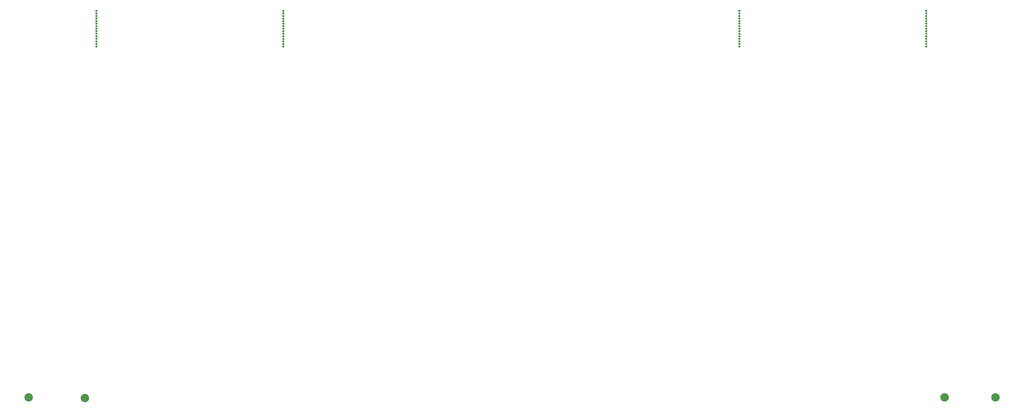
<source format=gbr>
%TF.GenerationSoftware,Altium Limited,Altium Designer,23.9.2 (47)*%
G04 Layer_Color=0*
%FSLAX45Y45*%
%MOMM*%
%TF.SameCoordinates,45DC480F-FB56-4E7A-9A2C-25C5303F6BDF*%
%TF.FilePolarity,Positive*%
%TF.FileFunction,Plated,1,2,PTH,Drill*%
%TF.Part,Single*%
G01*
G75*
%TA.AperFunction,ComponentDrill*%
%ADD22C,6.60000*%
%TA.AperFunction,ViaDrill,NotFilled*%
%ADD23C,1.70000*%
D22*
X76250000Y3950000D02*
D03*
X8600000Y3900000D02*
D03*
X80250000Y3950000D02*
D03*
X4165600D02*
D03*
D23*
X24205643Y32196979D02*
D03*
Y32396979D02*
D03*
Y32596979D02*
D03*
Y32796979D02*
D03*
Y32996979D02*
D03*
Y33196979D02*
D03*
Y33396979D02*
D03*
Y33596979D02*
D03*
Y33796979D02*
D03*
Y31996979D02*
D03*
Y31796979D02*
D03*
Y31596979D02*
D03*
Y34396979D02*
D03*
Y34196979D02*
D03*
Y33996979D02*
D03*
X60100000Y32000000D02*
D03*
Y31800000D02*
D03*
Y31600000D02*
D03*
Y34400000D02*
D03*
Y34200000D02*
D03*
Y34000000D02*
D03*
Y32200000D02*
D03*
Y32400000D02*
D03*
Y32600000D02*
D03*
Y32800000D02*
D03*
Y33000000D02*
D03*
Y33200000D02*
D03*
Y33400000D02*
D03*
Y33600000D02*
D03*
Y33800000D02*
D03*
X74800000Y32200000D02*
D03*
Y32400000D02*
D03*
Y32600000D02*
D03*
Y32800000D02*
D03*
Y33000000D02*
D03*
Y33200000D02*
D03*
Y33400000D02*
D03*
Y33600000D02*
D03*
Y33800000D02*
D03*
Y32000000D02*
D03*
Y31800000D02*
D03*
Y31600000D02*
D03*
Y34400000D02*
D03*
Y34200000D02*
D03*
Y34000000D02*
D03*
X9500000Y32000000D02*
D03*
Y31800000D02*
D03*
Y31600000D02*
D03*
Y34400000D02*
D03*
Y34200000D02*
D03*
Y34000000D02*
D03*
Y32200000D02*
D03*
Y32400000D02*
D03*
Y32600000D02*
D03*
Y32800000D02*
D03*
Y33000000D02*
D03*
Y33200000D02*
D03*
Y33400000D02*
D03*
Y33600000D02*
D03*
Y33800000D02*
D03*
%TF.MD5,26fabdd3d5606d458e46f165fb7e8712*%
M02*

</source>
